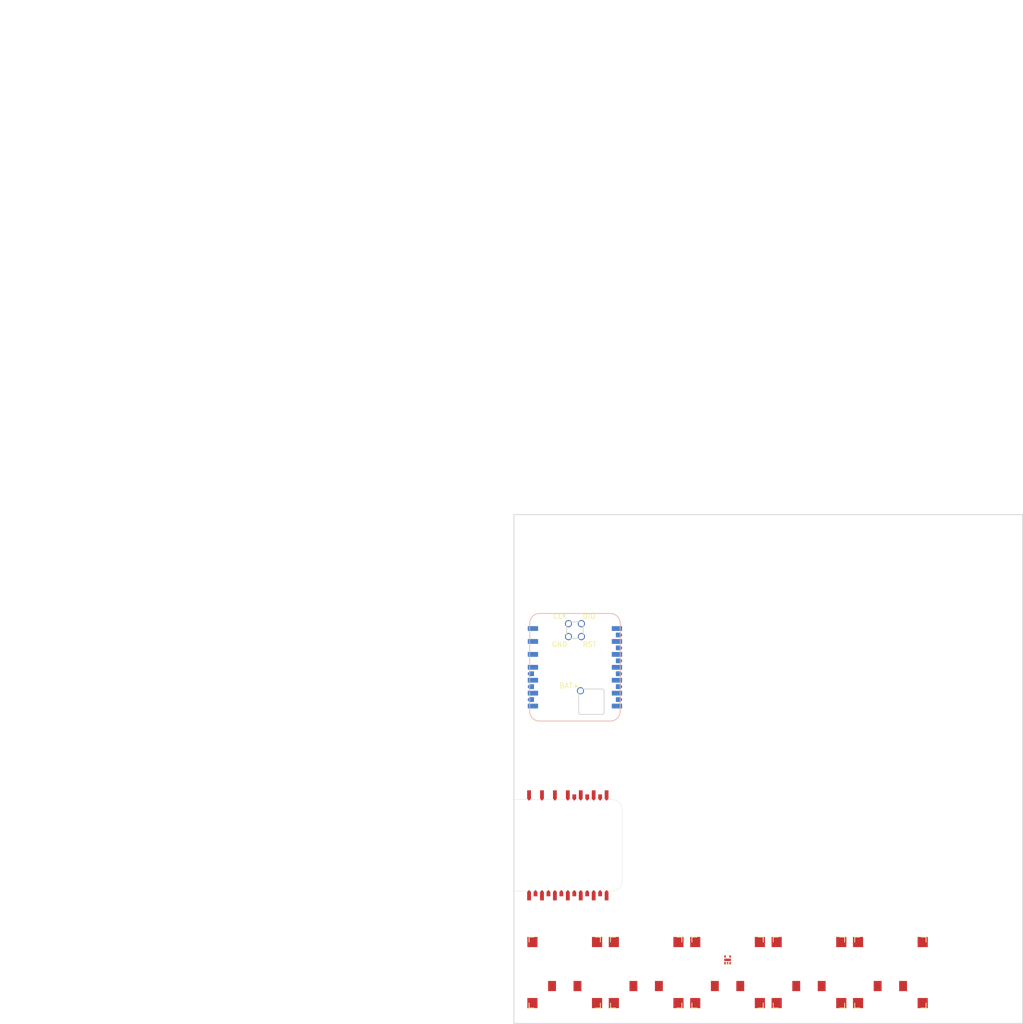
<source format=kicad_pcb>
(kicad_pcb (version 20171130) (host pcbnew 5.1.6)
  (title_block (title "utility_board") (rev "v1.0.0") (company "Unknown"))
  (layers (0 F.Cu signal) (31 B.Cu signal) (34 B.Paste user) (35 F.Paste user) (36 B.SilkS user) (37 F.SilkS user) (38 B.Mask user) (39 F.Mask user) (44 Edge.Cuts user))
  (net 0 "")
  (net 1 "D5")
  (net 2 "pinky_home")
  (net 3 "D4")
  (net 4 "ring_home")
  (net 5 "D3")
  (net 6 "middle_home")
  (net 7 "D2")
  (net 8 "index_home")
  (net 9 "D1")
  (net 10 "inner_home")
  (net 11 "D8")
  (net 12 "P0.02")
  (net 13 "P0.03")
  (net 14 "P0.28")
  (net 15 "P0.29")
  (net 16 "P0.04")
  (net 17 "P0.05")
  (net 18 "P1.11")
  (net 19 "P1.12")
  (net 20 "P1.13")
  (net 21 "P1.14")
  (net 22 "P1.15")
  (net 23 "3V3")
  (net 24 "GND")
  (net 25 "5V")
  (net 26 "P0.15")
  (net 27 "P0.19")
  (net 28 "P1.01")
  (net 29 "P0.09")
  (net 30 "P0.10")
  (net 31 "P0.31")
  (net 32 "P1.03")
  (net 33 "P1.05")
  (net 34 "P1.07")
  (net 35 "DIO")
  (net 36 "CLK")
  (net 37 "RST")
  (net 38 "BAT+")
  (module PG1316S (layer F.Cu) (at 110 190 0)
    (fp_text reference "S1" hide)
    (fp_text value "" hide)
    (fp_line (start -7 -6) (end -7 -7) (layer F.SilkS) (width 0.15))
    (fp_line (start -7 7) (end -6 7) (layer F.SilkS) (width 0.15))
    (fp_line (start -6 -7) (end -7 -7) (layer F.SilkS) (width 0.15))
    (fp_line (start -7 7) (end -7 6) (layer F.SilkS) (width 0.15))
    (fp_line (start 7 6) (end 7 7) (layer F.SilkS) (width 0.15))
    (fp_line (start 7 -7) (end 6 -7) (layer F.SilkS) (width 0.15))
    (fp_line (start 6 7) (end 7 7) (layer F.SilkS) (width 0.15))
    (fp_line (start 7 -7) (end 7 -6) (layer F.SilkS) (width 0.15))
    (pad "1" smd rect (at -2.5 2.65 0) (size 1.55 2) (layers "F.Cu" "F.Paste" "F.Mask") (net 2 "pinky_home"))
    (pad "2" smd rect (at 2.5 2.65 0) (size 1.55 2) (layers "F.Cu" "F.Paste" "F.Mask") (net 1 "D5"))
    (pad "MP" smd rect (at -6.35 -6 0) (size 2 2) (layers "F.Cu" "F.Paste" "F.Mask"))
    (pad "MP" smd rect (at -6.35 6 0) (size 2 2) (layers "F.Cu" "F.Paste" "F.Mask"))
    (pad "MP" smd rect (at 6.35 -6 0) (size 2 2) (layers "F.Cu" "F.Paste" "F.Mask"))
    (pad "MP" smd rect (at 6.35 6 0) (size 2 2) (layers "F.Cu" "F.Paste" "F.Mask"))
  )
  (module PG1316S (layer F.Cu) (at 126 190 0)
    (fp_text reference "S2" hide)
    (fp_text value "" hide)
    (fp_line (start -7 -6) (end -7 -7) (layer F.SilkS) (width 0.15))
    (fp_line (start -7 7) (end -6 7) (layer F.SilkS) (width 0.15))
    (fp_line (start -6 -7) (end -7 -7) (layer F.SilkS) (width 0.15))
    (fp_line (start -7 7) (end -7 6) (layer F.SilkS) (width 0.15))
    (fp_line (start 7 6) (end 7 7) (layer F.SilkS) (width 0.15))
    (fp_line (start 7 -7) (end 6 -7) (layer F.SilkS) (width 0.15))
    (fp_line (start 6 7) (end 7 7) (layer F.SilkS) (width 0.15))
    (fp_line (start 7 -7) (end 7 -6) (layer F.SilkS) (width 0.15))
    (pad "1" smd rect (at -2.5 2.65 0) (size 1.55 2) (layers "F.Cu" "F.Paste" "F.Mask") (net 4 "ring_home"))
    (pad "2" smd rect (at 2.5 2.65 0) (size 1.55 2) (layers "F.Cu" "F.Paste" "F.Mask") (net 3 "D4"))
    (pad "MP" smd rect (at -6.35 -6 0) (size 2 2) (layers "F.Cu" "F.Paste" "F.Mask"))
    (pad "MP" smd rect (at -6.35 6 0) (size 2 2) (layers "F.Cu" "F.Paste" "F.Mask"))
    (pad "MP" smd rect (at 6.35 -6 0) (size 2 2) (layers "F.Cu" "F.Paste" "F.Mask"))
    (pad "MP" smd rect (at 6.35 6 0) (size 2 2) (layers "F.Cu" "F.Paste" "F.Mask"))
  )
  (module PG1316S (layer F.Cu) (at 142 190 0)
    (fp_text reference "S3" hide)
    (fp_text value "" hide)
    (fp_line (start -7 -6) (end -7 -7) (layer F.SilkS) (width 0.15))
    (fp_line (start -7 7) (end -6 7) (layer F.SilkS) (width 0.15))
    (fp_line (start -6 -7) (end -7 -7) (layer F.SilkS) (width 0.15))
    (fp_line (start -7 7) (end -7 6) (layer F.SilkS) (width 0.15))
    (fp_line (start 7 6) (end 7 7) (layer F.SilkS) (width 0.15))
    (fp_line (start 7 -7) (end 6 -7) (layer F.SilkS) (width 0.15))
    (fp_line (start 6 7) (end 7 7) (layer F.SilkS) (width 0.15))
    (fp_line (start 7 -7) (end 7 -6) (layer F.SilkS) (width 0.15))
    (pad "1" smd rect (at -2.5 2.65 0) (size 1.55 2) (layers "F.Cu" "F.Paste" "F.Mask") (net 6 "middle_home"))
    (pad "2" smd rect (at 2.5 2.65 0) (size 1.55 2) (layers "F.Cu" "F.Paste" "F.Mask") (net 5 "D3"))
    (pad "MP" smd rect (at -6.35 -6 0) (size 2 2) (layers "F.Cu" "F.Paste" "F.Mask"))
    (pad "MP" smd rect (at -6.35 6 0) (size 2 2) (layers "F.Cu" "F.Paste" "F.Mask"))
    (pad "MP" smd rect (at 6.35 -6 0) (size 2 2) (layers "F.Cu" "F.Paste" "F.Mask"))
    (pad "MP" smd rect (at 6.35 6 0) (size 2 2) (layers "F.Cu" "F.Paste" "F.Mask"))
  )
  (module PG1316S (layer F.Cu) (at 158 190 0)
    (fp_text reference "S4" hide)
    (fp_text value "" hide)
    (fp_line (start -7 -6) (end -7 -7) (layer F.SilkS) (width 0.15))
    (fp_line (start -7 7) (end -6 7) (layer F.SilkS) (width 0.15))
    (fp_line (start -6 -7) (end -7 -7) (layer F.SilkS) (width 0.15))
    (fp_line (start -7 7) (end -7 6) (layer F.SilkS) (width 0.15))
    (fp_line (start 7 6) (end 7 7) (layer F.SilkS) (width 0.15))
    (fp_line (start 7 -7) (end 6 -7) (layer F.SilkS) (width 0.15))
    (fp_line (start 6 7) (end 7 7) (layer F.SilkS) (width 0.15))
    (fp_line (start 7 -7) (end 7 -6) (layer F.SilkS) (width 0.15))
    (pad "1" smd rect (at -2.5 2.65 0) (size 1.55 2) (layers "F.Cu" "F.Paste" "F.Mask") (net 8 "index_home"))
    (pad "2" smd rect (at 2.5 2.65 0) (size 1.55 2) (layers "F.Cu" "F.Paste" "F.Mask") (net 7 "D2"))
    (pad "MP" smd rect (at -6.35 -6 0) (size 2 2) (layers "F.Cu" "F.Paste" "F.Mask"))
    (pad "MP" smd rect (at -6.35 6 0) (size 2 2) (layers "F.Cu" "F.Paste" "F.Mask"))
    (pad "MP" smd rect (at 6.35 -6 0) (size 2 2) (layers "F.Cu" "F.Paste" "F.Mask"))
    (pad "MP" smd rect (at 6.35 6 0) (size 2 2) (layers "F.Cu" "F.Paste" "F.Mask"))
  )
  (module PG1316S (layer F.Cu) (at 174 190 0)
    (fp_text reference "S5" hide)
    (fp_text value "" hide)
    (fp_line (start -7 -6) (end -7 -7) (layer F.SilkS) (width 0.15))
    (fp_line (start -7 7) (end -6 7) (layer F.SilkS) (width 0.15))
    (fp_line (start -6 -7) (end -7 -7) (layer F.SilkS) (width 0.15))
    (fp_line (start -7 7) (end -7 6) (layer F.SilkS) (width 0.15))
    (fp_line (start 7 6) (end 7 7) (layer F.SilkS) (width 0.15))
    (fp_line (start 7 -7) (end 6 -7) (layer F.SilkS) (width 0.15))
    (fp_line (start 6 7) (end 7 7) (layer F.SilkS) (width 0.15))
    (fp_line (start 7 -7) (end 7 -6) (layer F.SilkS) (width 0.15))
    (pad "1" smd rect (at -2.5 2.65 0) (size 1.55 2) (layers "F.Cu" "F.Paste" "F.Mask") (net 10 "inner_home"))
    (pad "2" smd rect (at 2.5 2.65 0) (size 1.55 2) (layers "F.Cu" "F.Paste" "F.Mask") (net 9 "D1"))
    (pad "MP" smd rect (at -6.35 -6 0) (size 2 2) (layers "F.Cu" "F.Paste" "F.Mask"))
    (pad "MP" smd rect (at -6.35 6 0) (size 2 2) (layers "F.Cu" "F.Paste" "F.Mask"))
    (pad "MP" smd rect (at 6.35 -6 0) (size 2 2) (layers "F.Cu" "F.Paste" "F.Mask"))
    (pad "MP" smd rect (at 6.35 6 0) (size 2 2) (layers "F.Cu" "F.Paste" "F.Mask"))
  )
  (footprint "D_MMBD4148PLM" (at 142 187.5 180) (layer F.Cu)
    (property "Reference" "D1" hide)
    (pad "1" smd roundrect (at -0.5 -0.6875 360) (size 0.3 0.525) (layers "F.Cu" "F.Mask" "F.Paste") (roundrect_rratio 0.15) (net 8 "index_home"))
    (pad "2" smd roundrect (at 0 -0.6875 360) (size 0.3 0.525) (layers "F.Cu" "F.Mask" "F.Paste") (roundrect_rratio 0.15) (net 6 "middle_home"))
    (pad "3" smd roundrect (at 0.5 -0.6875 360) (size 0.3 0.525) (layers "F.Cu" "F.Mask" "F.Paste") (roundrect_rratio 0.15) (net 4 "ring_home"))
    (pad "4" smd roundrect (at -0.5 0.6875 360) (size 0.3 0.525) (layers "F.Cu" "F.Mask" "F.Paste") (roundrect_rratio 0.15) (net 10 "inner_home"))
    (pad "5" smd roundrect (at 0.5 0.6875 360) (size 0.3 0.525) (layers "F.Cu" "F.Mask" "F.Paste") (roundrect_rratio 0.15) (net 2 "pinky_home"))
    (pad "6" smd roundrect (at 0 0 360) (size 1.3 0.5) (layers "F.Cu" "F.Mask" "F.Paste") (roundrect_rratio 0.15) (net 11 "D8"))
    (fp_rect (start -0.85 -0.85) (end 0.85 0.85) (stroke (width 0.1)) (fill no) (layer F.SilkS))
  )
  (footprint "xiao_plus_cutout" (at 110.6 165 90) (layer F.Cu)
    (property "Reference" "J1" hide)
    (pad "1" smd roundrect (at -9.8 -7.6165 270) (size 2.032 0.75) (layers "F.Cu" "F.Mask" "F.Paste") (roundrect_rratio 0.1) (chamfer_ratio 0.5) (chamfer top_left bottom_left) (net 12 "P0.02"))
    (pad "2" smd roundrect (at -9.8 -5.0765 270) (size 2.032 0.75) (layers "F.Cu" "F.Mask" "F.Paste") (roundrect_rratio 0.1) (chamfer_ratio 0.5) (chamfer top_left bottom_left) (net 13 "P0.03"))
    (pad "3" smd roundrect (at -9.8 -2.5365 270) (size 2.032 0.75) (layers "F.Cu" "F.Mask" "F.Paste") (roundrect_rratio 0.1) (chamfer_ratio 0.5) (chamfer top_left bottom_left) (net 14 "P0.28"))
    (pad "4" smd roundrect (at -9.8 0.0035 270) (size 2.032 0.75) (layers "F.Cu" "F.Mask" "F.Paste") (roundrect_rratio 0.1) (chamfer_ratio 0.5) (chamfer top_left bottom_left) (net 15 "P0.29"))
    (pad "5" smd roundrect (at -9.8 2.5435 270) (size 2.032 0.75) (layers "F.Cu" "F.Mask" "F.Paste") (roundrect_rratio 0.1) (chamfer_ratio 0.5) (chamfer top_left bottom_left) (net 16 "P0.04"))
    (pad "6" smd roundrect (at -9.8 5.0835 270) (size 2.032 0.75) (layers "F.Cu" "F.Mask" "F.Paste") (roundrect_rratio 0.1) (chamfer_ratio 0.5) (chamfer top_left bottom_left) (net 17 "P0.05"))
    (pad "7" smd roundrect (at -9.8 7.6235 270) (size 2.032 0.75) (layers "F.Cu" "F.Mask" "F.Paste") (roundrect_rratio 0.1) (chamfer_ratio 0.5) (chamfer top_left bottom_left) (net 18 "P1.11"))
    (pad "8" smd roundrect (at 9.8 7.6235 90) (size 2.032 0.75) (layers "F.Cu" "F.Mask" "F.Paste") (roundrect_rratio 0.1) (chamfer_ratio 0.5) (chamfer top_left bottom_left) (net 19 "P1.12"))
    (pad "9" smd roundrect (at 9.8 5.0835 90) (size 2.032 0.75) (layers "F.Cu" "F.Mask" "F.Paste") (roundrect_rratio 0.1) (chamfer_ratio 0.5) (chamfer top_left bottom_left) (net 20 "P1.13"))
    (pad "10" smd roundrect (at 9.8 2.5435 90) (size 2.032 0.75) (layers "F.Cu" "F.Mask" "F.Paste") (roundrect_rratio 0.1) (chamfer_ratio 0.5) (chamfer top_left bottom_left) (net 21 "P1.14"))
    (pad "11" smd roundrect (at 9.8 0.0035 90) (size 2.032 0.75) (layers "F.Cu" "F.Mask" "F.Paste") (roundrect_rratio 0.1) (chamfer_ratio 0.5) (chamfer top_left bottom_left) (net 22 "P1.15"))
    (pad "12" smd roundrect (at 9.8 -2.5365 90) (size 2.032 0.75) (layers "F.Cu" "F.Mask" "F.Paste") (roundrect_rratio 0.1) (chamfer_ratio 0.5) (chamfer top_left bottom_left) (net 23 "3V3"))
    (pad "13" smd roundrect (at 9.8 -5.0765 90) (size 2.032 0.75) (layers "F.Cu" "F.Mask" "F.Paste") (roundrect_rratio 0.1) (chamfer_ratio 0.5) (chamfer top_left bottom_left) (net 24 "GND"))
    (pad "14" smd roundrect (at 9.8 -7.6165 90) (size 2.032 0.75) (layers "F.Cu" "F.Mask" "F.Paste") (roundrect_rratio 0.1) (chamfer_ratio 0.5) (chamfer top_left bottom_left) (net 25 "5V"))
    (pad "15" smd roundrect (at -9.4 -6.3465 270) (size 1.232 0.75) (layers "F.Cu" "F.Mask" "F.Paste") (roundrect_rratio 0.1) (chamfer_ratio 0.5) (chamfer top_left bottom_left) (net 26 "P0.15"))
    (pad "16" smd roundrect (at -9.4 -3.8065 270) (size 1.232 0.75) (layers "F.Cu" "F.Mask" "F.Paste") (roundrect_rratio 0.1) (chamfer_ratio 0.5) (chamfer top_left bottom_left) (net 27 "P0.19"))
    (pad "17" smd roundrect (at -9.4 -1.2665 270) (size 1.232 0.75) (layers "F.Cu" "F.Mask" "F.Paste") (roundrect_rratio 0.1) (chamfer_ratio 0.5) (chamfer top_left bottom_left) (net 28 "P1.01"))
    (pad "18" smd roundrect (at -9.4 1.2735 270) (size 1.232 0.75) (layers "F.Cu" "F.Mask" "F.Paste") (roundrect_rratio 0.1) (chamfer_ratio 0.5) (chamfer top_left bottom_left) (net 29 "P0.09"))
    (pad "19" smd roundrect (at -9.4 3.8135 270) (size 1.232 0.75) (layers "F.Cu" "F.Mask" "F.Paste") (roundrect_rratio 0.1) (chamfer_ratio 0.5) (chamfer top_left bottom_left) (net 30 "P0.10"))
    (pad "20" smd roundrect (at -9.4 6.3535 270) (size 1.232 0.75) (layers "F.Cu" "F.Mask" "F.Paste") (roundrect_rratio 0.1) (chamfer_ratio 0.5) (chamfer top_left bottom_left) (net 31 "P0.31"))
    (pad "21" smd roundrect (at 9.4 6.3535 90) (size 1.232 0.75) (layers "F.Cu" "F.Mask" "F.Paste") (roundrect_rratio 0.1) (chamfer_ratio 0.5) (chamfer top_left bottom_left) (net 32 "P1.03"))
    (pad "22" smd roundrect (at 9.4 3.8135 90) (size 1.232 0.75) (layers "F.Cu" "F.Mask" "F.Paste") (roundrect_rratio 0.1) (chamfer_ratio 0.5) (chamfer top_left bottom_left) (net 33 "P1.05"))
    (pad "23" smd roundrect (at 9.4 1.2735 90) (size 1.232 0.75) (layers "F.Cu" "F.Mask" "F.Paste") (roundrect_rratio 0.1) (chamfer_ratio 0.5) (chamfer top_left bottom_left) (net 34 "P1.07"))
    (fp_line (start -8.99 -7.8665) (end -8.99 -10.6675) (stroke (width 0.05)) (layer "Edge.Cuts"))
    (fp_arc (start -8.99 -7.6165) (end -8.99 -7.8665) (angle 180) (stroke (width 0.05)) (layer "Edge.Cuts"))
    (fp_line (start -8.99 -6.5965) (end -8.99 -7.3665) (stroke (width 0.05)) (layer "Edge.Cuts"))
    (fp_arc (start -8.99 -6.3465) (end -8.99 -6.5965) (angle 180) (stroke (width 0.05)) (layer "Edge.Cuts"))
    (fp_line (start -8.99 -5.3265) (end -8.99 -6.0965) (stroke (width 0.05)) (layer "Edge.Cuts"))
    (fp_arc (start -8.99 -5.0765) (end -8.99 -5.3265) (angle 180) (stroke (width 0.05)) (layer "Edge.Cuts"))
    (fp_line (start -8.99 -4.0565) (end -8.99 -4.8265) (stroke (width 0.05)) (layer "Edge.Cuts"))
    (fp_arc (start -8.99 -3.8065) (end -8.99 -4.0565) (angle 180) (stroke (width 0.05)) (layer "Edge.Cuts"))
    (fp_line (start -8.99 -2.7865) (end -8.99 -3.5565) (stroke (width 0.05)) (layer "Edge.Cuts"))
    (fp_arc (start -8.99 -2.5365) (end -8.99 -2.7865) (angle 180) (stroke (width 0.05)) (layer "Edge.Cuts"))
    (fp_line (start -8.99 -1.5165) (end -8.99 -2.2865) (stroke (width 0.05)) (layer "Edge.Cuts"))
    (fp_arc (start -8.99 -1.2665) (end -8.99 -1.5165) (angle 180) (stroke (width 0.05)) (layer "Edge.Cuts"))
    (fp_line (start -8.99 -0.2435) (end -8.99 -1.0165) (stroke (width 0.05)) (layer "Edge.Cuts"))
    (fp_arc (start -8.99 0.0035) (end -8.99 0.2535) (angle -180) (stroke (width 0.05)) (layer "Edge.Cuts"))
    (fp_line (start -8.99 1.0235) (end -8.99 0.2535) (stroke (width 0.05)) (layer "Edge.Cuts"))
    (fp_arc (start -8.99 1.2735) (end -8.99 1.5235) (angle -180) (stroke (width 0.05)) (layer "Edge.Cuts"))
    (fp_line (start -8.99 2.2935) (end -8.99 1.5235) (stroke (width 0.05)) (layer "Edge.Cuts"))
    (fp_arc (start -8.99 2.5435) (end -8.99 2.7935) (angle -180) (stroke (width 0.05)) (layer "Edge.Cuts"))
    (fp_line (start -8.99 3.5635) (end -8.99 2.7935) (stroke (width 0.05)) (layer "Edge.Cuts"))
    (fp_arc (start -8.99 3.8135) (end -8.99 4.0635) (angle -180) (stroke (width 0.05)) (layer "Edge.Cuts"))
    (fp_line (start -8.99 4.8335) (end -8.99 4.0635) (stroke (width 0.05)) (layer "Edge.Cuts"))
    (fp_arc (start -8.99 5.0835) (end -8.99 5.3335) (angle -180) (stroke (width 0.05)) (layer "Edge.Cuts"))
    (fp_line (start -8.99 6.1035) (end -8.99 5.3335) (stroke (width 0.05)) (layer "Edge.Cuts"))
    (fp_arc (start -8.99 6.3535) (end -8.99 6.6035) (angle -180) (stroke (width 0.05)) (layer "Edge.Cuts"))
    (fp_line (start -8.99 7.3735) (end -8.99 6.6035) (stroke (width 0.05)) (layer "Edge.Cuts"))
    (fp_arc (start -8.99 7.6235) (end -8.99 7.8735) (angle -180) (stroke (width 0.05)) (layer "Edge.Cuts"))
    (fp_line (start -8.99 8.7625) (end -8.99 7.8735) (stroke (width 0.05)) (layer "Edge.Cuts"))
    (fp_line (start 8.99 -7.8665) (end 8.99 -10.6675) (stroke (width 0.05)) (layer "Edge.Cuts"))
    (fp_arc (start 8.99 -7.6165) (end 8.99 -7.8665) (angle -180) (stroke (width 0.05)) (layer "Edge.Cuts"))
    (fp_line (start 8.99 -5.3265) (end 8.99 -7.3665) (stroke (width 0.05)) (layer "Edge.Cuts"))
    (fp_arc (start 8.99 -5.0765) (end 8.99 -5.3265) (angle -180) (stroke (width 0.05)) (layer "Edge.Cuts"))
    (fp_line (start 8.99 -2.7865) (end 8.99 -4.8265) (stroke (width 0.05)) (layer "Edge.Cuts"))
    (fp_arc (start 8.99 -2.5365) (end 8.99 -2.7865) (angle -180) (stroke (width 0.05)) (layer "Edge.Cuts"))
    (fp_line (start 8.99 -0.2465) (end 8.99 -2.2865) (stroke (width 0.05)) (layer "Edge.Cuts"))
    (fp_arc (start 8.99 0.0035) (end 8.99 0.2535) (angle 180) (stroke (width 0.05)) (layer "Edge.Cuts"))
    (fp_line (start 8.99 1.0235) (end 8.99 0.2535) (stroke (width 0.05)) (layer "Edge.Cuts"))
    (fp_arc (start 8.99 1.2735) (end 8.99 1.5235) (angle 180) (stroke (width 0.05)) (layer "Edge.Cuts"))
    (fp_line (start 8.99 2.2935) (end 8.99 1.5235) (stroke (width 0.05)) (layer "Edge.Cuts"))
    (fp_arc (start 8.99 2.5435) (end 8.99 2.7935) (angle 180) (stroke (width 0.05)) (layer "Edge.Cuts"))
    (fp_line (start 8.99 3.5635) (end 8.99 2.7935) (stroke (width 0.05)) (layer "Edge.Cuts"))
    (fp_arc (start 8.99 3.8135) (end 8.99 4.0635) (angle 180) (stroke (width 0.05)) (layer "Edge.Cuts"))
    (fp_line (start 8.99 4.8335) (end 8.99 4.0635) (stroke (width 0.05)) (layer "Edge.Cuts"))
    (fp_arc (start 8.99 5.0835) (end 8.99 5.3335) (angle 180) (stroke (width 0.05)) (layer "Edge.Cuts"))
    (fp_line (start 8.99 6.1035) (end 8.99 5.3335) (stroke (width 0.05)) (layer "Edge.Cuts"))
    (fp_arc (start 8.99 6.3535) (end 8.99 6.6035) (angle 180) (stroke (width 0.05)) (layer "Edge.Cuts"))
    (fp_line (start 8.99 7.3735) (end 8.99 6.6035) (stroke (width 0.05)) (layer "Edge.Cuts"))
    (fp_arc (start 8.99 7.6235) (end 8.99 7.8735) (angle 180) (stroke (width 0.05)) (layer "Edge.Cuts"))
    (fp_line (start 8.99 8.7625) (end 8.99 7.8735) (stroke (width 0.05)) (layer "Edge.Cuts"))
    (fp_line (start 7.085 10.6675) (end -7.085 10.6675) (stroke (width 0.05)) (layer "Edge.Cuts"))
    (fp_arc (start -7.084999 8.7625) (end -7.085 10.6675) (angle 89.9999) (stroke (width 0.05)) (layer "Edge.Cuts"))
    (fp_arc (start 7.084999 8.7625) (end 8.99 8.7625) (angle 90) (stroke (width 0.05)) (layer "Edge.Cuts"))
  )
  (footprint "xiao_plus_smd_prod" (at 112 130 0) (layer B.Cu)
    (property "Reference" "XX1" hide)
    (pad "1" smd roundrect (at 8.255 -7.6165 180) (size 2.032 0.95) (layers "B.Cu" "B.Mask" "B.Paste") (roundrect_rratio 0.1) (net 12 "P0.02"))
    (pad "2" smd roundrect (at 8.255 -5.0765 180) (size 2.032 0.95) (layers "B.Cu" "B.Mask" "B.Paste") (roundrect_rratio 0.1) (net 13 "P0.03"))
    (pad "3" smd roundrect (at 8.255 -2.5365 180) (size 2.032 0.95) (layers "B.Cu" "B.Mask" "B.Paste") (roundrect_rratio 0.1) (net 14 "P0.28"))
    (pad "4" smd roundrect (at 8.255 0.0035 180) (size 2.032 0.95) (layers "B.Cu" "B.Mask" "B.Paste") (roundrect_rratio 0.1) (net 15 "P0.29"))
    (pad "5" smd roundrect (at 8.255 2.5435 180) (size 2.032 0.95) (layers "B.Cu" "B.Mask" "B.Paste") (roundrect_rratio 0.1) (net 16 "P0.04"))
    (pad "6" smd roundrect (at 8.255 5.0835 180) (size 2.032 0.95) (layers "B.Cu" "B.Mask" "B.Paste") (roundrect_rratio 0.1) (net 17 "P0.05"))
    (pad "7" smd roundrect (at 8.255 7.6235 180) (size 2.032 0.95) (layers "B.Cu" "B.Mask" "B.Paste") (roundrect_rratio 0.1) (net 18 "P1.11"))
    (pad "8" smd roundrect (at -8.255 7.6235 0) (size 2.032 0.95) (layers "B.Cu" "B.Mask" "B.Paste") (roundrect_rratio 0.1) (net 19 "P1.12"))
    (pad "9" smd roundrect (at -8.255 5.0835 0) (size 2.032 0.95) (layers "B.Cu" "B.Mask" "B.Paste") (roundrect_rratio 0.1) (net 20 "P1.13"))
    (pad "10" smd roundrect (at -8.255 2.5435 0) (size 2.032 0.95) (layers "B.Cu" "B.Mask" "B.Paste") (roundrect_rratio 0.1) (net 21 "P1.14"))
    (pad "11" smd roundrect (at -8.255 0.0035 0) (size 2.032 0.95) (layers "B.Cu" "B.Mask" "B.Paste") (roundrect_rratio 0.1) (net 22 "P1.15"))
    (pad "12" smd roundrect (at -8.255 -2.5365 0) (size 2.032 0.95) (layers "B.Cu" "B.Mask" "B.Paste") (roundrect_rratio 0.1) (net 23 "3V3"))
    (pad "13" smd roundrect (at -8.255 -5.0765 0) (size 2.032 0.95) (layers "B.Cu" "B.Mask" "B.Paste") (roundrect_rratio 0.1) (net 24 "GND"))
    (pad "14" smd roundrect (at -8.255 -7.6165 0) (size 2.032 0.95) (layers "B.Cu" "B.Mask" "B.Paste") (roundrect_rratio 0.1) (net 25 "5V"))
    (pad "15" smd roundrect (at 8.655 -6.3465 180) (size 1.232 0.95) (layers "B.Cu" "B.Mask" "B.Paste") (roundrect_rratio 0.1) (chamfer_ratio 0.35) (chamfer top_left bottom_left) (net 26 "P0.15"))
    (pad "16" smd roundrect (at 8.655 -3.8065 180) (size 1.232 0.95) (layers "B.Cu" "B.Mask" "B.Paste") (roundrect_rratio 0.1) (chamfer_ratio 0.35) (chamfer top_left bottom_left) (net 27 "P0.19"))
    (pad "17" smd roundrect (at 8.655 -1.2665 180) (size 1.232 0.95) (layers "B.Cu" "B.Mask" "B.Paste") (roundrect_rratio 0.1) (chamfer_ratio 0.35) (chamfer top_left bottom_left) (net 28 "P1.01"))
    (pad "18" smd roundrect (at 8.655 1.2735 180) (size 1.232 0.95) (layers "B.Cu" "B.Mask" "B.Paste") (roundrect_rratio 0.1) (chamfer_ratio 0.35) (chamfer top_left bottom_left) (net 29 "P0.09"))
    (pad "19" smd roundrect (at 8.655 3.8135 180) (size 1.232 0.95) (layers "B.Cu" "B.Mask" "B.Paste") (roundrect_rratio 0.1) (chamfer_ratio 0.35) (chamfer top_left bottom_left) (net 30 "P0.10"))
    (pad "20" smd roundrect (at 8.655 6.3535 180) (size 1.232 0.95) (layers "B.Cu" "B.Mask" "B.Paste") (roundrect_rratio 0.1) (chamfer_ratio 0.35) (chamfer top_left bottom_left) (net 31 "P0.31"))
    (pad "21" smd roundrect (at -8.655 6.3535 0) (size 1.232 0.95) (layers "B.Cu" "B.Mask" "B.Paste") (roundrect_rratio 0.1) (chamfer_ratio 0.35) (chamfer top_left bottom_left) (net 32 "P1.03"))
    (pad "22" smd roundrect (at -8.655 3.8135 0) (size 1.232 0.95) (layers "B.Cu" "B.Mask" "B.Paste") (roundrect_rratio 0.1) (chamfer_ratio 0.35) (chamfer top_left bottom_left) (net 33 "P1.05"))
    (pad "23" smd roundrect (at -8.655 1.2735 0) (size 1.232 0.95) (layers "B.Cu" "B.Mask" "B.Paste") (roundrect_rratio 0.1) (chamfer_ratio 0.35) (chamfer top_left bottom_left) (net 34 "P1.07"))
    (pad "24" thru_hole circle (at 1.27 -8.5725 0) (size 1.397 1.397) (drill 1.016) (property pad_prop_castellated) (layers "*.Cu" "*.Mask") (net 35 "DIO"))
    (pad "25" thru_hole circle (at -1.27 -8.5725 0) (size 1.397 1.397) (drill 1.016) (property pad_prop_castellated) (layers "*.Cu" "*.Mask") (net 36 "CLK"))
    (pad "26" thru_hole circle (at 1.27 -6.0325 0) (size 1.397 1.397) (drill 1.016) (property pad_prop_castellated) (layers "*.Cu" "*.Mask") (net 37 "RST"))
    (pad "27" thru_hole circle (at -1.27 -6.0325 0) (size 1.397 1.397) (drill 1.016) (property pad_prop_castellated) (layers "*.Cu" "*.Mask") (net 24 "GND"))
    (pad "28" thru_hole circle (at 1.08792 4.6202 0) (size 1.397 1.397) (drill 1.016) (property pad_prop_castellated) (layers "*.Cu" "*.Mask") (net 38 "BAT+"))
    (fp_line (start 8.89 8.6625) (end 8.89 -8.6625) (stroke (width 0.15)) (layer B.SilkS))
    (fp_line (start 6.985 -10.5675) (end -6.985 -10.5675) (stroke (width 0.15)) (layer B.SilkS))
    (fp_line (start -6.985 10.5675) (end 6.985 10.5675) (stroke (width 0.15)) (layer B.SilkS))
    (fp_line (start -8.89 -8.6625) (end -8.89 8.6625) (stroke (width 0.15)) (layer B.SilkS))
    (fp_arc (start 6.984999 -8.6625) (end 8.89 -8.6625) (angle -90) (stroke (width 0.15)) (layer B.SilkS))
    (fp_arc (start 6.984999 8.6625) (end 6.985 10.5675) (angle -90) (stroke (width 0.15)) (layer B.SilkS))
    (fp_arc (start -6.984999 -8.6625) (end -6.985 -10.5675) (angle -90) (stroke (width 0.15)) (layer B.SilkS))
    (fp_arc (start -6.984999 8.6625) (end -8.89 8.6625) (angle -90) (stroke (width 0.15)) (layer B.SilkS))
    (fp_line (start 5.73792 8.8892) (end 5.73792 4.6512) (stroke (width 0.15)) (layer "Edge.Cuts"))
    (fp_line (start 5.35692 4.2702) (end 1.11892 4.2702) (stroke (width 0.15)) (layer "Edge.Cuts"))
    (fp_line (start 1.625 -6.0585) (end 1.625 -8.5465) (stroke (width 0.15)) (layer "Edge.Cuts"))
    (fp_line (start 1.244 -8.9275) (end -1.244 -8.9275) (stroke (width 0.15)) (layer "Edge.Cuts"))
    (fp_line (start 1.11892 9.2702) (end 5.35692 9.2702) (stroke (width 0.15)) (layer "Edge.Cuts"))
    (fp_line (start 0.73792 4.6512) (end 0.73792 8.8892) (stroke (width 0.15)) (layer "Edge.Cuts"))
    (fp_line (start -1.244 -5.6775) (end 1.244 -5.6775) (stroke (width 0.15)) (layer "Edge.Cuts"))
    (fp_line (start -1.625 -8.5465) (end -1.625 -6.0585) (stroke (width 0.15)) (layer "Edge.Cuts"))
    (fp_arc (start 5.356921 4.651199) (end 5.73792 4.6512) (angle -90) (stroke (width 0.15)) (layer "Edge.Cuts"))
    (fp_arc (start 5.356921 8.889201) (end 5.35692 9.2702) (angle -90) (stroke (width 0.15)) (layer "Edge.Cuts"))
    (fp_arc (start 1.244001 -8.546501) (end 1.625 -8.5465) (angle -90) (stroke (width 0.15)) (layer "Edge.Cuts"))
    (fp_arc (start 1.244001 -6.058499) (end 1.244 -5.6775) (angle -90) (stroke (width 0.15)) (layer "Edge.Cuts"))
    (fp_arc (start 1.118919 4.651199) (end 1.11892 4.2702) (angle -90) (stroke (width 0.15)) (layer "Edge.Cuts"))
    (fp_arc (start 1.118919 8.889201) (end 0.73792 8.8892) (angle -90) (stroke (width 0.15)) (layer "Edge.Cuts"))
    (fp_arc (start -1.244 -8.5465) (end -1.244 -8.9275) (angle -90) (stroke (width 0.15)) (layer "Edge.Cuts"))
    (fp_arc (start -1.244 -6.0585) (end -1.625 -6.0585) (angle -90) (stroke (width 0.15)) (layer "Edge.Cuts"))
    (fp_text user "BAT+" (at -3.153965 4.202883 0) (layer F.SilkS) (effects (justify left bottom)))
    (fp_text user "GND    RST" (at -4.644429 -3.932189 0) (layer F.SilkS) (effects (justify left bottom)))
    (fp_text user "CLK    DIO" (at -4.423684 -9.462446 0) (layer F.SilkS) (effects (justify left bottom)))
  )
  (gr_line (start 200 200) (end 100 200) (angle 90) (layer Edge.Cuts) (width 0.15))
  (gr_line (start 100 200) (end 100 100) (angle 90) (layer Edge.Cuts) (width 0.15))
  (gr_line (start 100 100) (end 200 100) (angle 90) (layer Edge.Cuts) (width 0.15))
  (gr_line (start 200 100) (end 200 200) (angle 90) (layer Edge.Cuts) (width 0.15))
)
</source>
